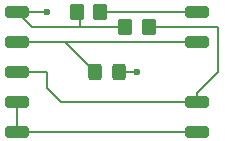
<source format=gbr>
%TF.GenerationSoftware,KiCad,Pcbnew,(7.0.0)*%
%TF.CreationDate,2023-08-25T12:54:02+02:00*%
%TF.ProjectId,PSP GO JIG_0805_Nano,50535020-474f-4204-9a49-475f30383035,rev?*%
%TF.SameCoordinates,Original*%
%TF.FileFunction,Copper,L1,Top*%
%TF.FilePolarity,Positive*%
%FSLAX46Y46*%
G04 Gerber Fmt 4.6, Leading zero omitted, Abs format (unit mm)*
G04 Created by KiCad (PCBNEW (7.0.0)) date 2023-08-25 12:54:02*
%MOMM*%
%LPD*%
G01*
G04 APERTURE LIST*
G04 Aperture macros list*
%AMRoundRect*
0 Rectangle with rounded corners*
0 $1 Rounding radius*
0 $2 $3 $4 $5 $6 $7 $8 $9 X,Y pos of 4 corners*
0 Add a 4 corners polygon primitive as box body*
4,1,4,$2,$3,$4,$5,$6,$7,$8,$9,$2,$3,0*
0 Add four circle primitives for the rounded corners*
1,1,$1+$1,$2,$3*
1,1,$1+$1,$4,$5*
1,1,$1+$1,$6,$7*
1,1,$1+$1,$8,$9*
0 Add four rect primitives between the rounded corners*
20,1,$1+$1,$2,$3,$4,$5,0*
20,1,$1+$1,$4,$5,$6,$7,0*
20,1,$1+$1,$6,$7,$8,$9,0*
20,1,$1+$1,$8,$9,$2,$3,0*%
G04 Aperture macros list end*
%TA.AperFunction,SMDPad,CuDef*%
%ADD10RoundRect,0.250000X-0.325000X-0.450000X0.325000X-0.450000X0.325000X0.450000X-0.325000X0.450000X0*%
%TD*%
%TA.AperFunction,SMDPad,CuDef*%
%ADD11RoundRect,0.250000X-0.750000X0.250000X-0.750000X-0.250000X0.750000X-0.250000X0.750000X0.250000X0*%
%TD*%
%TA.AperFunction,SMDPad,CuDef*%
%ADD12RoundRect,0.250000X-0.350000X-0.450000X0.350000X-0.450000X0.350000X0.450000X-0.350000X0.450000X0*%
%TD*%
%TA.AperFunction,ViaPad*%
%ADD13C,0.600000*%
%TD*%
%TA.AperFunction,Conductor*%
%ADD14C,0.200000*%
%TD*%
G04 APERTURE END LIST*
D10*
%TO.P,1n4148,1*%
%TO.N,N/C*%
X67555000Y-38100000D03*
%TO.P,1n4148,2*%
X69605000Y-38100000D03*
%TD*%
D11*
%TO.P,REF\u002A\u002A,5*%
%TO.N,N/C*%
X60960000Y-43180000D03*
%TD*%
%TO.P,REF\u002A\u002A,3*%
%TO.N,N/C*%
X60960000Y-38100000D03*
%TD*%
%TO.P,REF\u002A\u002A,4*%
%TO.N,N/C*%
X60960000Y-40640000D03*
%TD*%
%TO.P,REF\u002A\u002A,9*%
%TO.N,N/C*%
X76200000Y-43180000D03*
%TD*%
%TO.P,REF\u002A\u002A,7*%
%TO.N,N/C*%
X76200000Y-35560000D03*
%TD*%
%TO.P,REF\u002A\u002A,1*%
%TO.N,N/C*%
X60960000Y-33020000D03*
%TD*%
%TO.P,REF\u002A\u002A,6*%
%TO.N,N/C*%
X76200000Y-33020000D03*
%TD*%
D12*
%TO.P,REF\u002A\u002A,1*%
%TO.N,N/C*%
X70120000Y-34300000D03*
%TO.P,REF\u002A\u002A,2*%
X72120000Y-34300000D03*
%TD*%
%TO.P,REF\u002A\u002A,2*%
%TO.N,N/C*%
X68000000Y-33020000D03*
%TO.P,REF\u002A\u002A,1*%
X66000000Y-33020000D03*
%TD*%
D11*
%TO.P,REF\u002A\u002A,2*%
%TO.N,N/C*%
X60960000Y-35560000D03*
%TD*%
%TO.P,REF\u002A\u002A,8*%
%TO.N,N/C*%
X76200000Y-40640000D03*
%TD*%
D13*
%TO.N,*%
X71120000Y-38100000D03*
X63500000Y-33020000D03*
%TD*%
D14*
%TO.N,*%
X64640000Y-40640000D02*
X76200000Y-40640000D01*
X63500000Y-39500000D02*
X64640000Y-40640000D01*
X78000000Y-38100000D02*
X76200000Y-39900000D01*
X76200000Y-39900000D02*
X76200000Y-40640000D01*
X60960000Y-43180000D02*
X76200000Y-43180000D01*
X63500000Y-38100000D02*
X63500000Y-39500000D01*
X60960000Y-38100000D02*
X63500000Y-38100000D01*
X60960000Y-43180000D02*
X60960000Y-40640000D01*
X65015000Y-35560000D02*
X63500000Y-35560000D01*
X67555000Y-38100000D02*
X65015000Y-35560000D01*
X63500000Y-35560000D02*
X76200000Y-35560000D01*
X60960000Y-35560000D02*
X63500000Y-35560000D01*
X71120000Y-38100000D02*
X69605000Y-38100000D01*
X60960000Y-33020000D02*
X63500000Y-33020000D01*
X66320000Y-34300000D02*
X62240000Y-34300000D01*
X62240000Y-34300000D02*
X60960000Y-33020000D01*
X66320000Y-33340000D02*
X66000000Y-33020000D01*
X66320000Y-34300000D02*
X66320000Y-33340000D01*
X68000000Y-33020000D02*
X76200000Y-33020000D01*
X78000000Y-34300000D02*
X78000000Y-38100000D01*
X70120000Y-34300000D02*
X66320000Y-34300000D01*
X72120000Y-34300000D02*
X78000000Y-34300000D01*
%TD*%
M02*

</source>
